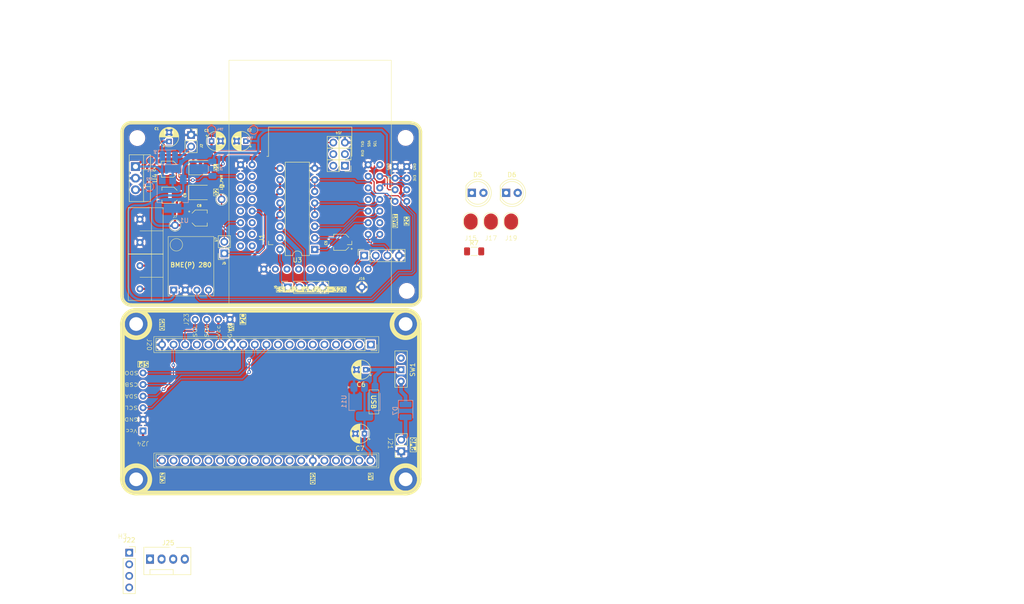
<source format=kicad_pcb>
(kicad_pcb (version 20240108) (generator "pcbnew") (generator_version "8.0")
  (layers (0 "F.Cu" signal) (31 "B.Cu" signal) (34 "B.Paste" user) (35 "F.Paste" user) (36 "B.SilkS" user "B.Silkscreen") (37 "F.SilkS" user "F.Silkscreen") (38 "B.Mask" user) (39 "F.Mask" user) (44 "Edge.Cuts" user))
  (net 0 "")
  (net 1 "GND")
  (net 2 "+3V3")
  (net 3 "+5V")
  (net 4 "/RXD")
  (net 5 "/TXD")
  (net 6 "/SDA")
  (net 7 "/SCL")
  (net 8 "/EN")
  (net 9 "/SOURCE2")
  (net 10 "/SOURCE1")
  (net 11 "/SOURCE3")
  (net 12 "/VDC")
  (net 13 "/DAC1")
  (net 14 "/DAC2")
  (net 15 "/GPIO19")
  (net 16 "/GPIO17")
  (net 17 "/GPIO5")
  (net 18 "/GPIO18")
  (net 19 "/ADC2_CH3")
  (net 20 "/ADC2_CH0")
  (net 21 "/GPIO23")
  (net 22 "/ADC2_CH2")
  (net 23 "/BOOT")
  (net 24 "/SOURCE4")
  (net 25 "/SOURCE5")
  (net 26 "/GPIO14")
  (net 27 "/VIN")
  (net 39 "/ESP32-WROOM-32U Node/VIN")
  (net 44 "/ESP32-WROOM-32U Node/VDC")
  (net 55 "/ESP32-WROOM-32U Node/SPI-SDO")
  (net 56 "/ESP32-WROOM-32U Node/TX")
  (net 57 "Net-(D7-A)")
  (net 58 "/ESP32-WROOM-32U Node/SDA-2")
  (net 59 "/ESP32-WROOM-32U Node/SPI-CSB")
  (net 60 "/ESP32-WROOM-32U Node/SPI-SCL")
  (net 61 "/ESP32-WROOM-32U Node/SCL-2")
  (net 62 "/ESP32-WROOM-32U Node/RX")
  (net 63 "/ESP32-WROOM-32U Node/SPI-SDA")
  (net 65 "/GPIO36")
  (net 66 "/OUT2")
  (net 67 "/GPIO39")
  (net 68 "/GPIO32")
  (net 69 "/OUT1")
  (net 70 "/SD_DATA0")
  (net 71 "/SD_CMD")
  (net 72 "/GPIO34")
  (net 73 "/OUT3")
  (net 74 "/SD_DATA2")
  (net 75 "/GPIO27")
  (net 76 "/GPIO13")
  (net 77 "/SD_CLK")
  (net 78 "/SD_DATA1")
  (net 79 "/GPIO33")
  (net 80 "/SD_DATA3")
  (net 84 "/ESP32-WROOM-32U Node/12V")
  (net 85 "Net-(J15-Pin_1)")
  (net 86 "Net-(D5-Pad1)")
  (net 87 "Net-(J19-Pin_1)")
  (footprint "Capacitor_THT:CP_Radial_D4.0mm_P2.00mm" (layer "F.Cu") (at 107 44.2 180)
    (property "Reference" "C2")
    (property "Value" "1uF")
  )
  (footprint "LED_SMD:LED_1210_3225Metric_Pad1.42x2.65mm_HandSolder" (layer "F.Cu") (at 97 55.45)
    (property "Reference" "D2")
    (property "Value" "STATUS")
  )
  (footprint "Alexander Footprint Library:Board_65-40" (layer "F.Cu") (at 80 131.25)
    (property "Reference" "H3")
    (property "Value" "Project_Box_Board_65x40")
    (fp_line (start 0 -13) (end 0 -47) (stroke (width 0.05)) (layer "Edge.Cuts"))
    (fp_line (start 3 -50) (end 62 -50) (stroke (width 0.05)) (layer "Edge.Cuts"))
    (fp_line (start 62 -10) (end 3 -10) (stroke (width 0.05)) (layer "Edge.Cuts"))
    (fp_line (start 65 -47) (end 65 -13) (stroke (width 0.05)) (layer "Edge.Cuts"))
    (fp_arc (start 0 -47) (mid 0.87868 -49.12132) (end 3 -50) (stroke (width 0.05)) (layer "Edge.Cuts"))
    (fp_arc (start 3 -10) (mid 0.87868 -10.87868) (end 0 -13) (stroke (width 0.05)) (layer "Edge.Cuts"))
    (fp_arc (start 62 -50) (mid 64.12132 -49.12132) (end 65 -47) (stroke (width 0.05)) (layer "Edge.Cuts"))
    (fp_arc (start 65 -13) (mid 64.12132 -10.87868) (end 62 -10) (stroke (width 0.05)) (layer "Edge.Cuts"))
    (fp_circle (center 3 -47) (end 4 -48) (stroke (width 0.05)) (fill none) (layer "Edge.Cuts"))
    (fp_circle (center 3 -13) (end 4 -14) (stroke (width 0.05)) (fill none) (layer "Edge.Cuts"))
    (fp_circle (center 62 -47) (end 63 -48) (stroke (width 0.05)) (fill none) (layer "Edge.Cuts"))
    (fp_circle (center 62 -13) (end 63 -14) (stroke (width 0.05)) (fill none) (layer "Edge.Cuts"))
  )
  (footprint "Capacitor_SMD:CP_Elec_3x5.3" (layer "F.Cu") (at 90.3 50.35 180)
    (property "Reference" "C4")
    (property "Value" "0.1uF")
  )
  (footprint "MountingHole:MountingHole_3mm" (layer "F.Cu") (at 142 43.5)
    (property "Reference" "H1" (hide yes))
    (property "Value" "MountingHole_Pad")
  )
  (footprint "MountingHole:MountingHole_3mm" (layer "F.Cu") (at 83.25 43.53)
    (property "Reference" "H2" (hide yes))
    (property "Value" "MountingHole_Pad")
  )
  (footprint "Alexander Footprints Library:Conn_Terminal_5mm" (layer "F.Cu") (at 83.82 53.69)
    (property "Reference" "J9" (hide yes))
    (property "Value" "Conn_01x02_Socket")
  )
  (footprint "LED_THT:LED_D5.0mm" (layer "F.Cu") (at 163.998 55.529)
    (property "Reference" "D6")
    (property "Value" "LED_STATUS")
  )
  (footprint "Alexander Footprint Library:Pad_1x01_P2.54_SMD" (layer "F.Cu") (at 160.674 65.95)
    (property "Reference" "J17")
    (property "Value" "GND")
  )
  (footprint "Alexander Footprint Library:ESP32-WROOM-Adapter-Socket-2" (layer "F.Cu") (at 121.1 56.99)
    (property "Reference" "J1")
    (property "Value" "~")
  )
  (footprint "Capacitor_SMD:CP_Elec_3x5.3" (layer "F.Cu") (at 90.4 56.05 180)
    (property "Reference" "C9")
    (property "Value" "0.1uF")
  )
  (footprint "Capacitor_THT:CP_Radial_D4.0mm_P2.00mm" (layer "F.Cu") (at 133.25 94.25 180)
    (property "Reference" "C6")
    (property "Value" "1uF")
  )
  (footprint "Alexander Footprint Library:PinSocket_1x01_P2.54" (layer "F.Cu") (at 91.5 65.19)
    (property "Reference" "J7")
    (property "Value" "LED_PWR")
  )
  (footprint "Alexander Footprint Library:Conn_SPI" (layer "F.Cu") (at 84.5 112.74 180)
    (property "Reference" "J24")
    (property "Value" "~")
  )
  (footprint "Connector_PinSocket_2.54mm:PinSocket_1x02_P2.54mm_Vertical" (layer "F.Cu") (at 95.025 42.85)
    (property "Reference" "J2")
    (property "Value" "PWR")
  )
  (footprint "Connector:FanPinHeader_1x04_P2.54mm_Vertical" (layer "F.Cu") (at 86.025 135.72)
    (property "Reference" "J25")
    (property "Value" "Conn_01x04_Pin")
  )
  (footprint "Connector_PinSocket_2.54mm:PinSocket_1x04_P2.54mm_Vertical" (layer "F.Cu") (at 81.475 134.32)
    (property "Reference" "J22")
    (property "Value" "PWR_SATA_Conn_01x04")
  )
  (footprint "Connector_PinSocket_2.54mm:PinSocket_1x04_P2.54mm_Vertical" (layer "F.Cu") (at 116.2 76.225 90)
    (property "Reference" "J6")
    (property "Value" "SOURCE")
  )
  (footprint "Package_DIP:DIP-16_W7.62mm" (layer "F.Cu") (at 122.1 67.925 180)
    (property "Reference" "U3")
    (property "Value" "ULN2003")
  )
  (footprint "Connector_PinSocket_2.54mm:PinSocket_1x04_P2.54mm_Vertical" (layer "F.Cu") (at 132.92 69.25 90)
    (property "Reference" "J10" (hide yes))
    (property "Value" "ADC")
  )
  (footprint "Capacitor_SMD:CP_Elec_3x5.3" (layer "F.Cu") (at 128 66.35 180)
    (property "Reference" "C5")
    (property "Value" "0.1uF")
  )
  (footprint "Alexander Footprint Library:PinSocket_1x02_P2.54" (layer "F.Cu") (at 142.25 107 180)
    (property "Reference" "J21")
    (property "Value" "PWR")
  )
  (footprint "Alexander Footprint Library:Conn_ESP32_WROOM-DevKit-38pins" (layer "F.Cu") (at 86.12 88.75 -90)
    (property "Reference" "J20")
    (property "Value" "~")
  )
  (footprint "Capacitor_THT:CP_Radial_D4.0mm_P2.00mm" (layer "F.Cu") (at 99.5 44.2)
    (property "Reference" "C3")
    (property "Value" "1uF")
  )
  (footprint "Capacitor_SMD:CP_Elec_3x5.3" (layer "F.Cu") (at 96.8 61.05)
    (property "Reference" "C8")
    (property "Value" "10uF")
  )
  (footprint "Alexander Footprint Library:PinSocket_1x01_P2.54" (layer "F.Cu") (at 101.7 59.52)
    (property "Reference" "J18")
    (property "Value" "LED_PWR")
  )
  (footprint "Alexander Footprint Library:Conn_I2C" (layer "F.Cu") (at 111.16 83.25 -90)
    (property "Reference" "J23")
    (property "Value" "I2C")
  )
  (footprint "Connector_PinSocket_2.54mm:PinSocket_1x02_P2.54mm_Vertical" (layer "F.Cu") (at 102.3 68.79 180)
    (property "Reference" "J5")
    (property "Value" "DAC")
  )
  (footprint "Alexander Footprint Library:Pad_1x01_P2.54_SMD" (layer "F.Cu") (at 156.248 65.95)
    (property "Reference" "J15")
    (property "Value" "LED_PWR")
  )
  (footprint "Alexander Footprint Library:CONN_2x3" (layer "F.Cu") (at 128.7 54.67 180)
    (property "Reference" "J14")
    (property "Value" "GPIO")
  )
  (footprint "Alexander Footprints Library:Conn_UART" (layer "F.Cu") (at 139.7 42.15)
    (property "Reference" "J3" (hide yes))
    (property "Value" "UART")
  )
  (footprint "Alexander Footprint Library:SW_Slide-03_7.3x2.5x2.5_P2.54mm" (layer "F.Cu") (at 141 94.25 -90)
    (property "Reference" "SW1")
    (property "Value" "SW_SPDT")
  )
  (footprint "Alexander Footprint Library:PinSocket_1x01_P2.54" (layer "F.Cu") (at 132.4 78.72)
    (property "Reference" "J16")
    (property "Value" "GND")
  )
  (footprint "Capacitor_THT:CP_Radial_D4.0mm_P2.00mm" (layer "F.Cu") (at 90.2 44.3 90)
    (property "Reference" "C1")
    (property "Value" "1uF")
  )
  (footprint "Alexander Footprint Library:BME280_BMP280_I2C" (layer "F.Cu") (at 90 78.1 90)
    (property "Reference" "U7")
    (property "Value" "BME(P)280")
  )
  (footprint "Capacitor_THT:CP_Radial_D4.0mm_P2.00mm" (layer "F.Cu") (at 133 108.25 180)
    (property "Reference" "C7")
    (property "Value" "1uF")
  )
  (footprint "Alexander Footprint Library:LD1117" (layer "F.Cu") (at 82.855 49.77 -90)
    (property "Reference" "U4")
    (property "Value" "L7805")
  )
  (footprint "Alexander Footprints Library:Conn_I2C" (layer "F.Cu") (at 142.24 42.15)
    (property "Reference" "J4" (hide yes))
    (property "Value" "I2C")
  )
  (footprint "LED_THT:LED_D5.0mm" (layer "F.Cu") (at 156.498 55.529)
    (property "Reference" "D5")
    (property "Value" "LED_PWR")
  )
  (footprint "LED_SMD:LED_1210_3225Metric_Pad1.42x2.65mm_HandSolder" (layer "F.Cu") (at 97 50)
    (property "Reference" "D1")
    (property "Value" "PWR")
  )
  (footprint "MountingHole:MountingHole_3mm" (layer "F.Cu") (at 142.25 77)
    (property "Reference" "H4" (hide yes))
    (property "Value" "MountingHole_Pad" (hide yes))
  )
  (footprint "Alexander Footprint Library:Pad_1x01_P2.54_SMD" (layer "F.Cu") (at 165.1 65.95)
    (property "Reference" "J19")
    (property "Value" "LED_PWR")
  )
  (footprint "Alexander Footprints Library:Conn_Terminal_5mm" (layer "F.Cu") (at 83.82 63.85)
    (property "Reference" "J8" (hide yes))
    (property "Value" "Conn_01x02_Socket")
  )
  (footprint "Resistor_SMD:R_1206_3216Metric_Pad1.30x1.75mm_HandSolder" (layer "F.Cu") (at 156.998 68.339)
    (property "Reference" "R7")
    (property "Value" "4K7")
  )
  (footprint "TestPoint:TestPoint_Pad_D1.5mm" (layer "B.Cu") (at 99.5 41.75 180)
    (property "Reference" "TP4")
    (property "Value" "5V")
  )
  (footprint "TestPoint:TestPoint_Pad_D1.5mm" (layer "B.Cu") (at 108.7 41.75 180)
    (property "Reference" "TP3")
    (property "Value" "3V3")
  )
  (footprint "Diode_SMD:D_1210_3225Metric" (layer "B.Cu") (at 142 103.25 -90)
    (property "Reference" "D7")
    (property "Value" "D")
  )
  (footprint "Resistor_SMD:R_1206_3216Metric_Pad1.30x1.75mm_HandSolder" (layer "B.Cu") (at 99.7 50.25 -90)
    (property "Reference" "R1")
    (property "Value" "10K")
  )
  (footprint "Diode_SMD:D_1210_3225Metric" (layer "B.Cu") (at 90.1 47.75)
    (property "Reference" "D4")
    (property "Value" "D")
  )
  (footprint "TestPoint:TestPoint_Pad_D1.5mm" (layer "B.Cu") (at 86.2 48.45 180)
    (property "Reference" "TP1")
    (property "Value" "VIN")
  )
  (footprint "TestPoint:TestPoint_Pad_D1.5mm" (layer "B.Cu") (at 85.9 54.15 180)
    (property "Reference" "TP2")
    (property "Value" "GND")
  )
  (footprint "Package_TO_SOT_SMD:SOT-223-3_TabPin2" (layer "B.Cu") (at 91 55.75 -90)
    (property "Reference" "U1")
    (property "Value" "AMS1117-3V3")
  )
  (footprint "Package_TO_SOT_SMD:SOT-223-3_TabPin2" (layer "B.Cu") (at 133 101.25 -90)
    (property "Reference" "U11")
    (property "Value" "AMS1117-5.0")
  )
  (gr_line (start 145.25 42.11421) (end 145.25 78.085782) (stroke (width 0.75)) (layer "F.SilkS"))
  (gr_line (start 81.914218 40.164218) (end 143.08579 40.164218) (stroke (width 0.75)) (layer "F.SilkS"))
  (gr_arc (start 145.25 78.085782) (mid 144.66422 79.500007) (end 143.25 80.085782) (stroke (width 0.75)) (layer "F.SilkS"))
  (gr_line (start 79.914218 42.11421) (end 79.914218 78.085782) (stroke (width 0.75)) (layer "F.SilkS"))
  (gr_arc (start 81.914218 80.085782) (mid 80.499999 79.500001) (end 79.914218 78.085782) (stroke (width 0.75)) (layer "F.SilkS"))
  (gr_arc (start 143.25 40.25) (mid 144.664214 40.835786) (end 145.25 42.25) (stroke (width 0.75)) (layer "F.SilkS"))
  (gr_arc (start 79.914218 42.164218) (mid 80.499999 40.749999) (end 81.914218 40.164218) (stroke (width 0.75)) (layer "F.SilkS"))
  (gr_line (start 81.914214 80.085782) (end 143.085786 80.085782) (stroke (width 0.75)) (layer "F.SilkS"))
  (gr_line (start 82.014214 80.235786) (end 113 80.25) (stroke (width 0.1)) (layer "Edge.Cuts"))
  (gr_line (start 80 42.25) (end 80.014214 78.235786) (stroke (width 0.1)) (layer "Edge.Cuts"))
  (gr_arc (start 143.185786 40.264214) (mid 144.600004 40.849996) (end 145.185786 42.264214) (stroke (width 0.1)) (layer "Edge.Cuts"))
  (gr_line (start 113 80.25) (end 143.185786 80.235786) (stroke (width 0.1)) (layer "Edge.Cuts"))
  (gr_arc (start 82.014214 80.235786) (mid 80.599996 79.650004) (end 80.014214 78.235786) (stroke (width 0.1)) (layer "Edge.Cuts"))
  (gr_line (start 145.185786 42.264214) (end 145.185786 78.235786) (stroke (width 0.1)) (layer "Edge.Cuts"))
  (gr_arc (start 80 42.25) (mid 80.585786 40.835786) (end 82 40.25) (stroke (width 0.1)) (layer "Edge.Cuts"))
  (gr_arc (start 145.185786 78.235786) (mid 144.600004 79.650004) (end 143.185786 80.235786) (stroke (width 0.1)) (layer "Edge.Cuts"))
  (gr_line (start 143.185786 40.264214) (end 82 40.25) (stroke (width 0.1)) (layer "Edge.Cuts"))
  (gr_text "PWR" (at 144.3 112.45 90) (layer "F.SilkS" knockout) (effects (font (size 1 1) (thickness 0.25) (bold yes)) (justify left bottom)))
  (segment (start 84.21 66) (end 83.82 66.39) (width 0.5) (layer "F.Cu") (net 1))
  (segment (start 95.5 54.8625) (end 95.5125 54.85) (width 0.25) (layer "F.Cu") (net 1))
  (segment (start 95.5 55.4625) (end 95.5125 55.45) (width 0.25) (layer "F.Cu") (net 1))
  (segment (start 91.5 59.65) (end 91.9 59.25) (width 0.5) (layer "F.Cu") (net 2))
  (segment (start 101.15 50) (end 102 49.15) (width 0.5) (layer "F.Cu") (net 2))
  (segment (start 84.5 107.66) (end 84.5 112.25) (width 0.5) (layer "F.Cu") (net 2))
  (segment (start 87.75 85.75) (end 100 85.75) (width 0.5) (layer "F.Cu") (net 2))
  (segment (start 94.63 62.62) (end 91.5 62.62) (width 0.5) (layer "F.Cu") (net 2))
  (segment (start 101 84.75) (end 101 83.25) (width 0.5) (layer "F.Cu") (net 2))
  (segment (start 88.6 114.15) (end 86.4 114.15) (width 0.5) (layer "F.Cu") (net 2))
  (segment (start 84.5 112.25) (end 85.25 113) (width 0.5) (layer "F.Cu") (net 2))
  (segment (start 91.9 59.25) (end 91.9 56.05) (width 0.5) (layer "F.Cu") (net 2))
  (segment (start 98.4875 50) (end 101.15 50) (width 0.5) (layer "F.Cu") (net 2))
  (segment (start 95.3 61.05) (end 95.3 61.95) (width 0.5) (layer "F.Cu") (net 2))
  (segment (start 95.3 61.95) (end 94.63 62.62) (width 0.5) (layer "F.Cu") (net 2))
  (segment (start 82.25 110) (end 82.25 91.25) (width 0.5) (layer "F.Cu") (net 2))
  (segment (start 91.5 62.62) (end 91.5 59.65) (width 0.5) (layer "F.Cu") (net 2))
  (segment (start 82.25 91.25) (end 87.75 85.75) (width 0.5) (layer "F.Cu") (net 2))
  (segment (start 86.4 114.15) (end 85.25 113) (width 0.5) (layer "F.Cu") (net 2))
  (segment (start 100 85.75) (end 101 84.75) (width 0.5) (layer "F.Cu") (net 2))
  (segment (start 85.25 113) (end 82.25 110) (width 0.5) (layer "F.Cu") (net 2))
  (via (at 102 49.15) (size 0.8) (drill 0.4) (layers "F.Cu" "B.Cu") (net 2))
  (segment (start 96.075 48.7) (end 97.525 48.7) (width 0.5) (layer "B.Cu") (net 2))
  (segment (start 108.4 49.2825) (end 108.4 47.85) (width 0.5) (layer "B.Cu") (net 2))
  (segment (start 109.408578 44.2) (end 107 44.2) (width 0.5) (layer "B.Cu") (net 2))
  (segment (start 109.5 46.75) (end 109.75 46.5) (width 0.5) (layer "B.Cu") (net 2))
  (segment (start 81.3 75.997918) (end 81.3 59.75104) (width 0.5) (layer "B.Cu") (net 2))
  (segment (start 93.3 54.905025) (end 93.3 52.6) (width 0.5) (layer "B.Cu") (net 2))
  (segment (start 100 48.7) (end 100 48.03033) (width 0.5) (layer "B.Cu") (net 2))
  (segment (start 137.9 51.55) (end 138.66 52.31) (width 0.5) (layer "B.Cu") (net 2))
  (segment (start 84.202081 78.9) (end 89.990883 78.9) (width 0.5) (layer "B.Cu") (net 2))
  (segment (start 109.75 45) (end 109.75 44.141421) (width 0.5) (layer "B.Cu") (net 2))
  (segment (start 103 46.75) (end 101.28033 46.75) (width 0.5) (layer "B.Cu") (net 2))
  (segment (start 109.75 43.858578) (end 109.75 44.141421) (width 0.5) (layer "B.Cu") (net 2))
  (segment (start 138.66 52.31) (end 139.7 52.31) (width 0.5) (layer "B.Cu") (net 2))
  (segment (start 139.7 52.31) (end 142.24 52.31) (width 0.5) (layer "B.Cu") (net 2))
  (segment (start 129.1 41.75) (end 136.8 41.75) (width 0.5) (layer "B.Cu") (net 2))
  (segment (start 112.31066 41.75) (end 129.1 41.75) (width 0.5) (layer "B.Cu") (net 2))
  (segment (start 88.207106 62.75) (end 91.5 62.75) (width 0.5) (layer "B.Cu") (net 2))
  (segment (start 86.5 61.042893) (end 86.5 57.5) (width 0.5) (layer "B.Cu") (net 2))
  (segment (start 103 46.75) (end 109.5 46.75) (width 0.5) (layer "B.Cu") (net 2))
  (segment (start 137.9 42.85) (end 137.9 51.55) (width 0.5) (layer "B.Cu") (net 2))
  (segment (start 91.22 77.670883) (end 91.22 76.8) (width 0.5) (layer "B.Cu") (net 2))
  (segment (start 89.455634 56.1) (end 92.105025 56.1) (width 0.5) (layer "B.Cu") (net 2))
  (segment (start 96.075 48.7) (end 95.177817 48.7) (width 0.5) (layer "B.Cu") (net 2))
  (segment (start 136.8 41.75) (end 137.9 42.85) (width 0.5) (layer "B.Cu") (net 2))
  (segment (start 108.4 47.85) (end 109.75 46.5) (width 0.5) (layer "B.Cu") (net 2))
  (segment (start 109.75 46.5) (end 109.75 45) (width 0.5) (layer "B.Cu") (net 2))
  (segment (start 110.015165 42.984834) (end 110.5 42.5) (width 0.5) (layer "B.Cu") (net 2))
  (segment (start 102 47.75) (end 103 46.75) (width 0.5) (layer "B.Cu") (net 2))
  (segment (start 109.75 43.858578) (end 109.75 43.625) (width 0.5) (layer "B.Cu") (net 2))
  (segment (start 93.3 52.6) (end 93.3 50.577817) (width 0.5) (layer "B.Cu") (net 2))
  (segment (start 82.75104 58.3) (end 84.144365 58.3) (width 0.5) (layer "B.Cu") (net 2))
  (segment (start 102 49.15) (end 102 47.75) (width 0.5) (layer "B.Cu") (net 2))
  (segment (start 129.3 41.75) (end 129.1 41.75) (width 0.5) (layer "B.Cu") (net 2))
  (segment (start 108.7 41.75) (end 112.31066 41.75) (width 0.5) (layer "B.Cu") (net 2))
  (segment (start 100 48.7) (end 97.525 48.7) (width 0.5) (layer "B.Cu") (net 2))
  (arc (start 93.3 54.905025) (mid 93.209037 55.362322) (end 92.95 55.75) (width 0.5) (layer "B.Cu") (net 2))
  (arc (start 86.8 57.2) (mid 85.581584 58.014119) (end 84.144365 58.3) (width 0.5) (layer "B.Cu") (net 2))
  (arc (start 89.455634 56.1) (mid 88.018415 56.38588) (end 86.8 57.2) (width 0.5) (layer "B.Cu") (net 2))
  (arc (start 86.5 61.042893) (mid 86.629945 61.696174) (end 87 62.25) (width 0.5) (layer "B.Cu") (net 2))
  (arc (start 82.75104 58.3) (mid 82.195751 58.410453) (end 81.725 58.725) (width 0.5) (layer "B.Cu") (net 2))
  (arc (start 92.95 55.75) (mid 92.562322 56.009037) (end 92.105025 56.1) (width 0.5) (layer "B.Cu") (net 2))
  (arc (start 109.75 43.625) (mid 109.818914 43.278544) (end 110.015165 42.984834) (width 0.5) (layer "B.Cu") (net 2))
  (arc (start 95.177817 48.7) (mid 94.459207 48.84294) (end 93.85 49.25) (width 0.5) (layer "B.Cu") (net 2))
  (arc (start 82.15 78.05) (mid 83.091502 78.679092) (end 84.202081 78.9) (width 0.5) (layer "B.Cu") (net 2))
  (arc (start 109.75 44.141421) (mid 109.713838 44.087301) (end 109.65 44.1) (width 0.5) (layer "B.Cu") (net 2))
  (arc (start 93.85 49.25) (mid 93.44294 49.859207) (end 93.3 50.577817) (width 0.5) (layer "B.Cu") (net 2))
  (arc (start 90.86 78.54) (mid 90.461245 78.806439) (end 89.990883 78.9) (width 0.5) (layer "B.Cu") (net 2))
  (arc (start 109.65 44.1) (mid 109.539234 44.17401) (end 109.408578 44.2) (width 0.5) (layer "B.Cu") (net 2))
  (arc (start 87 62.25) (mid 87.553825 62.620054) (end 88.207106 62.75) (width 0.5) (layer "B.Cu") (net 2))
  (arc (start 81.725 58.725) (mid 81.410453 59.195751) (end 81.3 59.75104) (width 0.5) (layer "B.Cu") (net 2))
  (arc (start 101.28033 46.75) (mid 100.790368 46.847459) (end 100.375 47.125) (width 0.5) (layer "B.Cu") (net 2))
  (arc (start 91.22 77.670883) (mid 91.126439 78.141245) (end 90.86 78.54) (width 0.5) (layer "B.Cu") (net 2))
  (arc (start 110.5 42.5) (mid 111.330737 41.944918) (end 112.31066 41.75) (width 0.5) (layer "B.Cu") (net 2))
  (arc (start 109.65 44.1) (mid 109.72401 43.989234) (end 109.75 43.858578) (width 0.5) (layer "B.Cu") (net 2))
  (arc (start 100.375 47.125) (mid 100.097459 47.540368) (end 100 48.03033) (width 0.5) (layer "B.Cu") (net 2))
  (arc (start 81.3 75.997918) (mid 81.520907 77.108496) (end 82.15 78.05) (width 0.5) (layer "B.Cu") (net 2))
  (segment (start 99.5 45.693413) (end 99.5 44.2) (width 0.5) (layer "F.Cu") (net 3))
  (segment (start 111.2 46.85) (end 100.365867 46.85) (width 0.5) (layer "F.Cu") (net 3))
  (segment (start 98.6375 46.9625) (end 99.2125 46.3875) (width 0.5) (layer "F.Cu") (net 3))
  (segment (start 100.365867 46.85) (end 99.465867 45.95) (width 0.5) (layer "F.Cu") (net 3))
  (segment (start 112 47.65) (end 111.2 46.85) (width 0.5) (layer "F.Cu") (net 3))
  (segment (start 112 49.15) (end 112 47.65) (width 0.5) (layer "F.Cu") (net 3))
  (segment (start 88.1 47.25) (end 97.943413 47.25) (width 0.5) (layer "F.Cu") (net 3))
  (segment (start 84.9 54.85) (end 85.4 54.35) (width 0.5) (layer "F.Cu") (net 3))
  (segment (start 85.4 54.35) (end 85.4 49.95) (width 0.5) (layer "F.Cu") (net 3))
  (segment (start 114.48 50.145) (end 112.995 50.145) (width 0.5) (layer "F.Cu") (net 3))
  (segment (start 112.995 50.145) (end 112 49.15) (width 0.5) (layer "F.Cu") (net 3))
  (segment (start 82.855 54.85) (end 84.9 54.85) (width 0.5) (layer "F.Cu") (net 3))
  (segment (start 85.4 49.95) (end 88.1 47.25) (width 0.5) (layer "F.Cu") (net 3))
  (arc (start 97.943413 47.25) (mid 98.31905 47.175281) (end 98.6375 46.9625) (width 0.5) (layer "F.Cu") (net 3))
  (arc (start 99.5 45.693413) (mid 99.425281 46.06905) (end 99.2125 46.3875) (width 0.5) (layer "F.Cu") (net 3))
  (segment (start 133 98.1) (end 133 104.4) (width 0.5) (layer "B.Cu") (net 3))
  (segment (start 133 108.25) (end 133 104.4) (width 0.5) (layer "B.Cu") (net 3))
  (segment (start 133 111) (end 133 108.25) (width 0.5) (layer "B.Cu") (net 3))
  (segment (start 134.21 114.15) (end 134.21 112.21) (width 0.5) (layer "B.Cu") (net 3))
  (segment (start 134.21 112.21) (end 133 111) (width 0.5) (layer "B.Cu") (net 3))
  (segment (start 99.5 42.25) (end 99.5 44.2) (width 0.25) (layer "B.Cu") (net 3))
  (segment (start 139.7 57.35) (end 139.7 57.39) (width 0.25) (layer "F.Cu") (net 4))
  (segment (start 140.3 57.45) (end 139.3 57.45) (width 0.25) (layer "F.Cu") (net 4))
  (segment (start 139.04 57.39) (end 139.7 57.39) (width 0.25) (layer "F.Cu") (net 4))
  (segment (start 137.96 55.65) (end 139.7 57.39) (width 0.25) (layer "B.Cu") (net 4))
  (segment (start 133.8 54.3625) (end 135.0875 55.65) (width 0.25) (layer "B.Cu") (net 4))
  (segment (start 135.0875 55.65) (end 137.96 55.65) (width 0.25) (layer "B.Cu") (net 4))
  (segment (start 138 52.25) (end 137.5725 51.8225) (width 0.25) (layer "F.Cu") (net 5))
  (segment (start 139.7 54.85) (end 138.3 54.85) (width 0.25) (layer "F.Cu") (net 5))
  (segment (start 137.5725 51.8225) (end 136.34 51.8225) (width 0.25) (layer "F.Cu") (net 5))
  (segment (start 138 54.55) (end 138 52.25) (width 0.25) (layer "F.Cu") (net 5))
  (segment (start 138.3 54.85) (end 138 54.55) (width 0.25) (layer "F.Cu") (net 5))
  (segment (start 139.7 54.85) (end 139.5 54.85) (width 0.25) (layer "F.Cu") (net 5))
  (segment (start 142.24 54.85) (end 142.24 55.51) (width 0.25) (layer "F.Cu") (net 6))
  (segment (start 98.84 76.8) (end 98.84 78.09) (width 0.25) (layer "B.Cu") (net 6))
  (segment (start 141 57.95) (end 141 56.09) (width 0.25) (layer "B.Cu") (net 6))
  (segment (start 140.990501 53.600501) (end 142.24 54.85) (width 0.25) (layer "B.Cu") (net 6))
  (segment (start 136.34 54.3625) (end 137.101999 53.600501) (width 0.25) (layer "B.Cu") (net 6))
  (segment (start 143.281802 72.781802) (end 143.55 72.513604) (width 0.25) (layer "B.Cu") (net 6))
  (segment (start 99.4 78.65) (end 130.7 78.65) (width 0.25) (layer "B.Cu") (net 6))
  (segment (start 130.7 78.65) (end 134.55 78.65) (width 0.25) (layer "B.Cu") (net 6))
  (segment (start 143.55 72.513604) (end 143.55 60.5) (width 0.25) (layer "B.Cu") (net 6))
  (segment (start 143.55 60.5) (end 141 57.95) (width 0.25) (layer "B.Cu") (net 6))
  (segment (start 140.418198 72.781802) (end 143.281802 72.781802) (width 0.25) (layer "B.Cu") (net 6))
  (segment (start 98.84 78.09) (end 99.4 78.65) (width 0.25) (layer "B.Cu") (net 6))
  (segment (start 141 56.09) (end 142.24 54.85) (width 0.25) (layer "B.Cu") (net 6))
  (segment (start 137.101999 53.600501) (end 140.990501 53.600501) (width 0.25) (layer "B.Cu") (net 6))
  (segment (start 134.55 78.65) (end 140.418198 72.781802) (width 0.25) (layer "B.Cu") (net 6))
  (segment (start 135.1 55.15) (end 135.6 55.65) (width 0.25) (layer "F.Cu") (net 7))
  (segment (start 133.8 51.8225) (end 135.1 53.1225) (width 0.25) (layer "F.Cu") (net 7))
  (segment (start 141.603604 57.39) (end 142.24 57.39) (width 0.25) (layer "F.Cu") (net 7))
  (segment (start 137.3 55.65) (end 137.8 56.15) (width 0.25) (layer "F.Cu") (net 7))
  (segment (start 135.1 53.1225) (end 135.1 55.15) (width 0.25) (layer "F.Cu") (net 7))
  (segment (start 135.6 55.65) (end 137.3 55.65) (width 0.25) (layer "F.Cu") (net 7))
  (segment (start 140.363604 56.15) (end 141.603604 57.39) (width 0.25) (layer "F.Cu") (net 7))
  (segment (start 137.8 56.15) (end 140.363604 56.15) (width 0.25) (layer "F.Cu") (net 7))
  (segment (start 142.24 58.553604) (end 142.24 57.39) (width 0.25) (layer "B.Cu") (net 7))
  (segment (start 144 72.7) (end 144 60.313604) (width 0.25) (layer "B.Cu") (net 7))
  (segment (start 134.8 79.1) (end 140.6 73.3) (width 0.25) (layer "B.Cu") (net 7))
  (segment (start 140.6 73.3) (end 143.4 73.3) (width 0.25) (layer "B.Cu") (net 7))
  (segment (start 96.3 76.8) (end 96.3 78.45) (width 0.25) (layer "B.Cu") (net 7))
  (segment (start 143.4 73.3) (end 144 72.7) (width 0.25) (layer "B.Cu") (net 7))
  (segment (start 96.3 78.45) (end 96.95 79.1) (width 0.25) (layer "B.Cu") (net 7))
  (segment (start 144 60.313604) (end 142.24 58.553604) (width 0.25) (layer "B.Cu") (net 7))
  (segment (start 96.95 79.1) (end 134.8 79.1) (width 0.25) (layer "B.Cu") (net 7))
  (segment (start 92.3 52.75) (end 91.8 52.25) (width 0.25) (layer "F.Cu") (net 8))
  (segment (start 91.8 52.25) (end 91.8 50.35) (width 0.25) (layer "F.Cu") (net 8))
  (segment (start 95.4 52.75) (end 92.3 52.75) (width 0.25) (layer "F.Cu") (net 8))
  (via (at 95.4 52.75) (size 0.8) (drill 0.4) (layers "F.Cu" "B.Cu") (net 8))
  (segment (start 95.4 52.75) (end 96.7 52.75) (width 0.25) (layer "B.Cu") (net 8))
  (segment (start 101.4 51.8) (end 101.45 51.8) (width 0.25) (layer "B.Cu") (net 8))
  (segment (start 105.86 51.8225) (end 101.4225 51.8225) (width 0.25) (layer "B.Cu") (net 8))
  (segment (start 99.7 51.8) (end 101.4 51.8) (width 0.25) (layer "B.Cu") (net 8))
  (segment (start 97.65 51.8) (end 99.7 51.8) (width 0.25) (layer "B.Cu") (net 8))
  (segment (start 101.4225 51.8225) (end 101.4 51.8) (width 0.25) (layer "B.Cu") (net 8))
  (segment (start 96.7 52.75) (end 97.65 51.8) (width 0.25) (layer "B.Cu") (net 8))
  (segment (start 111.2 66.85) (end 111.2 58.505) (width 0.5) (layer "F.Cu") (net 9))
  (segment (start 111.2 58.505) (end 114.48 55.225) (width 0.5) (layer "F.Cu") (net 9))
  (segment (start 83.82 71.47) (end 86.37 71.47) (width 0.5) (layer "F.Cu") (net 9))
  (segment (start 114.48 55.225) (end 114.48 52.685) (width 0.5) (layer "F.Cu") (net 9))
  (segment (start 86.37 71.47) (end 88 73.1) (width 0.5) (layer "F.Cu") (net 9))
  (segment (start 104.95 73.1) (end 111.2 66.85) (width 0.5) (layer "F.Cu") (net 9))
  (segment (start 88 73.1) (end 104.95 73.1) (width 0.5) (layer "F.Cu") (net 9))
  (segment (start 83.82 76.55) (end 86.275 76.55) (width 0.5) (layer "F.Cu") (net 10))
  (segment (start 104.8 74.75) (end 112.2 67.35) (width 0.5) (layer "F.Cu") (net 10))
  (segment (start 112.2 62.585) (end 114.48 60.305) (width 0.5) (layer "F.Cu") (net 10))
  (segment (start 86.275 76.55) (end 88.075 74.75) (width 0.5) (layer "F.Cu") (net 10))
  (segment (start 114.48 60.305) (end 114.48 57.765) (width 0.5) (layer "F.Cu") (net 10))
  (segment (start 112.2 67.35) (end 112.2 62.585) (width 0.5) (layer "F.Cu") (net 10))
  (segment (start 88.075 74.75) (end 104.8 74.75) (width 0.5) (layer "F.Cu") (net 10))
  (segment (start 114.48 67.925) (end 114.48 70.53) (width 0.25) (layer "B.Cu") (net 11))
  (segment (start 114.48 70.53) (end 114.8 70.85) (width 0.25) (layer "B.Cu") (net 11))
  (segment (start 114.8 70.85) (end 114.8 74.825) (width 0.25) (layer "B.Cu") (net 11))
  (segment (start 114.8 74.825) (end 116.2 76.225) (width 0.25) (layer "B.Cu") (net 11))
  (segment (start 95.025 45.425) (end 92.7 47.75) (width 0.5) (layer "B.Cu") (net 12))
  (segment (start 92.7 47.75) (end 91.5 47.75) (width 0.5) (layer "B.Cu") (net 12))
  (segment (start 95.025 45.39) (end 95.025 45.425) (width 0.5) (layer "B.Cu") (net 12))
  (segment (start 102.3 68.79) (end 109.96 68.79) (width 0.25) (layer "B.Cu") (net 13))
  (segment (start 109.96 68.79) (end 111.1 67.65) (width 0.25) (layer "B.Cu") (net 13))
  (segment (start 111.1 67.65) (end 111.1 60.65) (width 0.25) (layer "B.Cu") (net 13))
  (segment (start 111.1 60.65) (end 109.98 59.53) (width 0.25) (layer "B.Cu") (net 13))
  (segment (start 109.98 59.53) (end 108.4 59.53) (width 0.25) (layer "B.Cu") (net 13))
  (segment (start 103.18 62.07) (end 105.86 62.07) (width 0.25) (layer "B.Cu") (net 14))
  (segment (start 102.3 66.25) (end 102.3 62.95) (width 0.25) (layer "B.Cu") (net 14))
  (segment (start 102.3 62.95) (end 103.18 62.07) (width 0.25) (layer "B.Cu") (net 14))
  (segment (start 122.1 60.305) (end 122.1 57.765) (width 0.25) (layer "F.Cu") (net 15))
  (segment (start 131.8 58.15) (end 131.415 57.765) (width 0.25) (layer "B.Cu") (net 15))
  (segment (start 136.34 56.9025) (end 135.0925 58.15) (width 0.25) (layer "B.Cu") (net 15))
  (segment (start 131.415 57.765) (end 122.1 57.765) (width 0.25) (layer "B.Cu") (net 15))
  (segment (start 135.0925 58.15) (end 131.8 58.15) (width 0.25) (layer "B.Cu") (net 15))
  (segment (start 124.725 67.925) (end 130.6675 61.9825) (width 0.25) (layer "B.Cu") (net 16))
  (segment (start 122.1 67.925) (end 124.725 67.925) (width 0.25) (layer "B.Cu") (net 16))
  (segment (start 130.6675 61.9825) (end 133.8 61.9825) (width 0.25) (layer "B.Cu") (net 16))
  (segment (start 126.628604 65.385) (end 122.1 65.385) (width 0.25) (layer "B.Cu") (net 17))
  (segment (start 131.263604 60.75) (end 126.628604 65.385) (width 0.25) (layer "B.Cu") (net 17))
  (segment (start 136.34 59.4425) (end 135.0325 60.75) (width 0.25) (layer "B.Cu") (net 17))
  (segment (start 135.0325 60.75) (end 131.263604 60.75) (width 0.25) (layer "B.Cu") (net 17))
  (segment (start 128.532208 62.845) (end 131.934708 59.4425) (width 0.25) (layer "B.Cu") (net 18))
  (segment (start 131.934708 59.4425) (end 133.8 59.4425) (width 0.25) (layer "B.Cu") (net 18))
  (segment (start 122.1 62.845) (end 128.532208 62.845) (width 0.25) (layer "B.Cu") (net 18))
  (segment (start 131.26 70.91) (end 132.92 69.25) (width 0.25) (layer "B.Cu") (net 19))
  (segment (start 131.26 72.1425) (end 131.26 70.91) (width 0.25) (layer "B.Cu") (net 19))
  (segment (start 137.3 66.95) (end 134.8 66.95) (width 0.25) (layer "B.Cu") (net 20))
  (segment (start 138 69.25) (end 138 67.65) (width 0.25) (layer "B.Cu") (net 20))
  (segment (start 138 67.65) (end 137.3 66.95) (width 0.25) (layer "B.Cu") (net 20))
  (segment (start 134.8 66.95) (end 133.8 65.95) (width 0.25) (layer "B.Cu") (net 20))
  (segment (start 133.8 65.95) (end 133.8 64.5225) (width 0.25) (layer "B.Cu") (net 20))
  (segment (start 120.54 44.51) (end 126.16 44.51) (width 0.25) (layer "F.Cu") (net 21))
  (segment (start 119.6 51.55) (end 119.6 45.45) (width 0.25) (layer "F.Cu") (net 21))
  (segment (start 122.1 52.685) (end 120.735 52.685) (width 0.25) (layer "F.Cu") (net 21))
  (segment (start 120.735 52.685) (end 119.6 51.55) (width 0.25) (layer "F.Cu") (net 21))
  (segment (start 119.6 45.45) (end 120.54 44.51) (width 0.25) (layer "F.Cu") (net 21))
  (segment (start 122.1 52.685) (end 122.1 55.225) (width 0.25) (layer "F.Cu") (net 21))
  (segment (start 134.1 53.15) (end 131.3 53.15) (width 0.25) (layer "B.Cu") (net 21))
  (segment (start 135.1 52.15) (end 134.1 53.15) (width 0.25) (layer "B.Cu") (net 21))
  (segment (start 130.835 52.685) (end 122.1 52.685) (width 0.25) (layer "B.Cu") (net 21))
  (segment (start 136.34 49.2825) (end 135.1 50.5225) (width 0.25) (layer "B.Cu") (net 21))
  (segment (start 135.1 50.5225) (end 135.1 52.15) (width 0.25) (layer "B.Cu") (net 21))
  (segment (start 131.3 53.15) (end 130.835 52.685) (width 0.25) (layer "B.Cu") (net 21))
  (segment (start 135.46 70.4825) (end 133.8 72.1425) (width 0.25) (layer "B.Cu") (net 22))
  (segment (start 135.46 69.25) (end 135.46 70.4825) (width 0.25) (layer "B.Cu") (net 22))
  (segment (start 129.5 66.35) (end 134.5125 66.35) (width 0.25) (layer "F.Cu") (net 23))
  (segment (start 134.5125 66.35) (end 136.34 64.5225) (width 0.25) (layer "F.Cu") (net 23))
  (segment (start 114.48 65.385) (end 117.3 68.205) (width 0.25) (layer "B.Cu") (net 24))
  (segment (start 117.3 74.785) (end 118.74 76.225) (width 0.25) (layer "B.Cu") (net 24))
  (segment (start 117.3 68.205) (end 117.3 74.785) (width 0.25) (layer "B.Cu") (net 24))
  (segment (start 119.8 74.745) (end 121.28 76.225) (width 0.25) (layer "B.Cu") (net 25))
  (segment (start 119.8 68.165) (end 119.8 74.745) (width 0.25) (layer "B.Cu") (net 25))
  (segment (start 114.48 62.845) (end 119.8 68.165) (width 0.25) (layer "B.Cu") (net 25))
  (segment (start 101.7 62.65) (end 103.6 64.55) (width 0.25) (layer "F.Cu") (net 26))
  (segment (start 101.6 55.95) (end 101.1 55.45) (width 0.25) (layer "F.Cu") (net 26))
  (segment (start 101.7 56.95) (end 101.6 56.85) (width 0.25) (layer "F.Cu") (net 26))
  (segment (start 105.8325 64.55) (end 105.86 64.5225) (width 0.25) (layer "F.Cu") (net 26))
  (segment (start 98.4875 55.45) (end 101.1 55.45) (width 0.25) (layer "F.Cu") (net 26))
  (segment (start 103.6 64.55) (end 105.8325 64.55) (width 0.25) (layer "F.Cu") (net 26))
  (segment (start 101.6 56.85) (end 101.6 55.95) (width 0.25) (layer "F.Cu") (net 26))
  (segment (start 101.7 62.65) (end 101.7 56.95) (width 0.25) (layer "F.Cu") (net 26))
  (segment (start 82.98 49.77) (end 82.855 49.77) (width 0.5) (layer "F.Cu") (net 27))
  (segment (start 90.2 44.3) (end 88.45 44.3) (width 0.5) (layer "F.Cu") (net 27))
  (segment (start 88.45 44.3) (end 82.98 49.77) (width 0.5) (layer "F.Cu") (net 27))
  (segment (start 88.7 50.546446) (end 88.7 51.253553) (width 0.5) (layer "B.Cu") (net 27))
  (segment (start 88.7 45.153553) (end 88.7 47.4) (width 0.5) (layer "B.Cu") (net 27))
  (segment (start 86.2 49.11) (end 86.2 48.45) (width 0.25) (layer "B.Cu") (net 27))
  (segment (start 88.45 50.65) (end 88.2 50.4) (width 0.5) (layer "B.Cu") (net 27))
  (segment (start 88.7 50.546446) (end 88.7 47.4) (width 0.5) (layer "B.Cu") (net 27))
  (segment (start 88.45 50.65) (end 88.054368 50.254368) (width 0.5) (layer "B.Cu") (net 27))
  (segment (start 89.553553 44.3) (end 90.2 44.3) (width 0.5) (layer "B.Cu") (net 27))
  (segment (start 88.7 51.253553) (end 88.7 52.6) (width 0.5) (layer "B.Cu") (net 27))
  (segment (start 86.86 49.77) (end 85.54 49.77) (width 0.5) (layer "B.Cu") (net 27))
  (segment (start 86.885 49.77) (end 86.86 49.77) (width 0.5) (layer "B.Cu") (net 27))
  (segment (start 85.54 49.77) (end 82.855 49.77) (width 0.5) (layer "B.Cu") (net 27))
  (arc (start 89.553553 44.3) (mid 89.226912 44.364972) (end 88.95 44.55) (width 0.5) (layer "B.Cu") (net 27))
  (arc (start 86.2 49.11) (mid 86.393309 49.57669) (end 86.86 49.77) (width 0.25) (layer "B.Cu") (net 27))
  (arc (start 88.7 51.253553) (mid 88.635027 50.926912) (end 88.45 50.65) (width 0.5) (layer "B.Cu") (net 27))
  (arc (start 88.45 50.65) (mid 88.45 50.65) (end 88.45 50.65) (width 0.5) (layer "B.Cu") (net 27))
  (arc (start 88.45 50.65) (mid 88.609596 50.681745) (end 88.7 50.546446) (width 0.5) (layer "B.Cu") (net 27))
  (arc (start 88.054368 50.254368) (mid 87.517857 49.895883) (end 86.885 49.77) (width 0.5) (layer "B.Cu") (net 27))
  (arc (start 88.95 44.55) (mid 88.764972 44.826912) (end 88.7 45.153553) (width 0.5) (layer "B.Cu") (net 27))
  (segment (start 141 94.25) (end 136.75 94.25) (width 0.8) (layer "B.Cu") (net 39))
  (segment (start 136.75 94.25) (end 133.25 94.25) (width 0.8) (layer "B.Cu") (net 39))
  (segment (start 135.3 98.1) (end 135.3 95.7) (width 0.8) (layer "B.Cu") (net 39))
  (segment (start 135.3 95.7) (end 136.75 94.25) (width 0.8) (layer "B.Cu") (net 39))
  (segment (start 141 99) (end 142 100) (width 0.8) (layer "B.Cu") (net 44))
  (segment (start 142 100) (end 142 101.85) (width 0.8) (layer "B.Cu") (net 44))
  (segment (start 141 96.79) (end 141 99) (width 0.8) (layer "B.Cu") (net 44))
  (segment (start 105.415 94.96) (end 106.38 93.995) (width 0.25) (layer "B.Cu") (net 55))
  (segment (start 106.38 93.995) (end 106.38 88.75) (width 0.25) (layer "B.Cu") (net 55))
  (segment (start 84.5 94.96) (end 105.415 94.96) (width 0.25) (layer "B.Cu") (net 55))
  (segment (start 141.04 109.57) (end 142 108.61) (width 0.8) (layer "B.Cu") (net 57))
  (segment (start 142 108.61) (end 142 104.65) (width 0.8) (layer "B.Cu") (net 57))
  (segment (start 101.3 86.8) (end 100.75 86.25) (width 0.25) (layer "B.Cu") (net 58))
  (segment (start 99 86.25) (end 98.46 85.71) (width 0.25) (layer "B.Cu") (net 58))
  (segment (start 98.46 85.71) (end 98.46 83.25) (width 0.25) (layer "B.Cu") (net 58))
  (segment (start 100.75 86.25) (end 99 86.25) (width 0.25) (layer "B.Cu") (net 58))
  (segment (start 101.3 88.75) (end 101.3 86.8) (width 0.25) (layer "B.Cu") (net 58))
  (segment (start 90.863604 97.5) (end 92.863604 95.5) (width 0.25) (layer "B.Cu") (net 59))
  (segment (start 92.863604 95.5) (end 105.75 95.5) (width 0.25) (layer "B.Cu") (net 59))
  (segment (start 105.75 95.5) (end 111.46 89.79) (width 0.25) (layer "B.Cu") (net 59))
  (segment (start 84.5 97.5) (end 90.863604 97.5) (width 0.25) (layer "B.Cu") (net 59))
  (segment (start 111.46 89.79) (end 111.46 88.75) (width 0.25) (layer "B.Cu") (net 59))
  (segment (start 107.75 92.25) (end 107.75 94.75) (width 0.25) (layer "F.Cu") (net 60))
  (via (at 107.75 92.25) (size 0.8) (drill 0.4) (layers "F.Cu" "B.Cu") (net 60))
  (via (at 107.75 94.75) (size 0.8) (drill 0.4) (layers "F.Cu" "B.Cu") (net 60))
  (segment (start 86.42 102.58) (end 92.75 96.25) (width 0.25) (layer "B.Cu") (net 60))
  (segment (start 106.25 96.25) (end 107.75 94.75) (width 0.25) (layer "B.Cu") (net 60))
  (segment (start 108.92 88.75) (end 108.92 91.08) (width 0.25) (layer "B.Cu") (net 60))
  (segment (start 92.75 96.25) (end 106.25 96.25) (width 0.25) (layer "B.Cu") (net 60))
  (segment (start 84.5 102.58) (end 86.42 102.58) (width 0.25) (layer "B.Cu") (net 60))
  (segment (start 108.92 91.08) (end 107.75 92.25) (width 0.25) (layer "B.Cu") (net 60))
  (segment (start 94 85.75) (end 95.25 85.75) (width 0.25) (layer "B.Cu") (net 61))
  (segment (start 93.68 86.07) (end 94 85.75) (width 0.25) (layer "B.Cu") (net 61))
  (segment (start 95.25 85.75) (end 95.92 85.08) (width 0.25) (layer "B.Cu") (net 61))
  (segment (start 93.68 88.75) (end 93.68 86.07) (width 0.25) (layer "B.Cu") (net 61))
  (segment (start 95.92 85.08) (end 95.92 83.25) (width 0.25) (layer "B.Cu") (net 61))
  (segment (start 91.14 93.25) (end 91.14 96.36) (width 0.25) (layer "F.Cu") (net 63))
  (segment (start 91.14 96.36) (end 89 98.5) (width 0.25) (layer "F.Cu") (net 63))
  (via (at 91.14 93.25) (size 0.8) (drill 0.4) (layers "F.Cu" "B.Cu") (net 63))
  (via (at 89 98.5) (size 0.8) (drill 0.4) (layers "F.Cu" "B.Cu") (net 63))
  (segment (start 87.46 100.04) (end 84.5 100.04) (width 0.25) (layer "B.Cu") (net 63))
  (segment (start 91.14 93.25) (end 91.14 88.75) (width 0.25) (layer "B.Cu") (net 63))
  (segment (start 89 98.5) (end 87.46 100.04) (width 0.25) (layer "B.Cu") (net 63))
  (zone (net 1) (net_name "GND") (layer "F.Cu") (priority 1) (connect_pads (clearance 0)) (min_thickness 0.25) (fill yes (thermal_gap 0.5) (thermal_bridge_width 0.5))
    (polygon (pts (xy 80 40.25) (xy 80.3 80.35) (xy 145.55 80.35) (xy 145.25 40.25)))
  )
  (zone (net 1) (net_name "GND") (layer "F.Cu") (priority 2) (connect_pads (clearance 0)) (min_thickness 0.25) (fill yes (thermal_gap 0.5) (thermal_bridge_width 0.5))
    (polygon (pts (xy 79.8 121.45) (xy 145.7 121.45) (xy 145.2 80.95) (xy 79.5 80.95)))
  )
  (zone (net 1) (net_name "GND") (layer "B.Cu") (connect_pads (clearance 0)) (min_thickness 0.25) (fill yes (thermal_gap 0.5) (thermal_bridge_width 0.5))
    (polygon (pts (xy 80 40.25) (xy 145.2 40.25) (xy 145.4 80.45) (xy 80.2 80.45)))
  )
  (zone (net 1) (net_name "GND") (layer "B.Cu") (priority 3) (connect_pads (clearance 0)) (min_thickness 0.25) (fill yes (thermal_gap 0.5) (thermal_bridge_width 0.5))
    (polygon (pts (xy 145.6 121.45) (xy 145.2 80.95) (xy 79.5 80.95) (xy 79.7 121.45)))
  )
)
</source>
